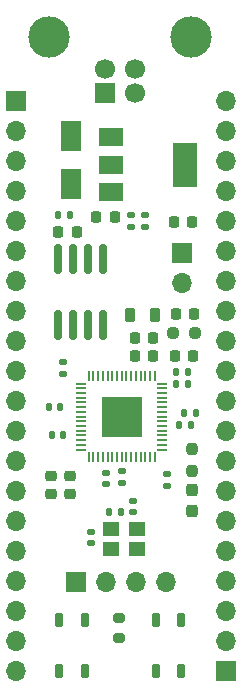
<source format=gbr>
%TF.GenerationSoftware,KiCad,Pcbnew,(6.0.11)*%
%TF.CreationDate,2024-08-11T23:08:21-05:00*%
%TF.ProjectId,PicoAlt,5069636f-416c-4742-9e6b-696361645f70,rev?*%
%TF.SameCoordinates,Original*%
%TF.FileFunction,Soldermask,Top*%
%TF.FilePolarity,Negative*%
%FSLAX46Y46*%
G04 Gerber Fmt 4.6, Leading zero omitted, Abs format (unit mm)*
G04 Created by KiCad (PCBNEW (6.0.11)) date 2024-08-11 23:08:21*
%MOMM*%
%LPD*%
G01*
G04 APERTURE LIST*
G04 Aperture macros list*
%AMRoundRect*
0 Rectangle with rounded corners*
0 $1 Rounding radius*
0 $2 $3 $4 $5 $6 $7 $8 $9 X,Y pos of 4 corners*
0 Add a 4 corners polygon primitive as box body*
4,1,4,$2,$3,$4,$5,$6,$7,$8,$9,$2,$3,0*
0 Add four circle primitives for the rounded corners*
1,1,$1+$1,$2,$3*
1,1,$1+$1,$4,$5*
1,1,$1+$1,$6,$7*
1,1,$1+$1,$8,$9*
0 Add four rect primitives between the rounded corners*
20,1,$1+$1,$2,$3,$4,$5,0*
20,1,$1+$1,$4,$5,$6,$7,0*
20,1,$1+$1,$6,$7,$8,$9,0*
20,1,$1+$1,$8,$9,$2,$3,0*%
G04 Aperture macros list end*
%ADD10RoundRect,0.225000X-0.225000X-0.250000X0.225000X-0.250000X0.225000X0.250000X-0.225000X0.250000X0*%
%ADD11R,1.400000X1.200000*%
%ADD12RoundRect,0.140000X0.140000X0.170000X-0.140000X0.170000X-0.140000X-0.170000X0.140000X-0.170000X0*%
%ADD13R,1.700000X1.700000*%
%ADD14C,1.700000*%
%ADD15C,3.500000*%
%ADD16RoundRect,0.135000X0.135000X0.185000X-0.135000X0.185000X-0.135000X-0.185000X0.135000X-0.185000X0*%
%ADD17RoundRect,0.225000X0.225000X0.250000X-0.225000X0.250000X-0.225000X-0.250000X0.225000X-0.250000X0*%
%ADD18RoundRect,0.237500X0.237500X-0.250000X0.237500X0.250000X-0.237500X0.250000X-0.237500X-0.250000X0*%
%ADD19RoundRect,0.135000X-0.185000X0.135000X-0.185000X-0.135000X0.185000X-0.135000X0.185000X0.135000X0*%
%ADD20RoundRect,0.140000X-0.170000X0.140000X-0.170000X-0.140000X0.170000X-0.140000X0.170000X0.140000X0*%
%ADD21RoundRect,0.050000X-0.387500X-0.050000X0.387500X-0.050000X0.387500X0.050000X-0.387500X0.050000X0*%
%ADD22RoundRect,0.050000X-0.050000X-0.387500X0.050000X-0.387500X0.050000X0.387500X-0.050000X0.387500X0*%
%ADD23R,3.400000X3.400000*%
%ADD24RoundRect,0.200000X-0.275000X0.200000X-0.275000X-0.200000X0.275000X-0.200000X0.275000X0.200000X0*%
%ADD25R,2.000000X1.500000*%
%ADD26R,2.000000X3.800000*%
%ADD27O,1.700000X1.700000*%
%ADD28RoundRect,0.140000X-0.140000X-0.170000X0.140000X-0.170000X0.140000X0.170000X-0.140000X0.170000X0*%
%ADD29RoundRect,0.218750X0.218750X0.381250X-0.218750X0.381250X-0.218750X-0.381250X0.218750X-0.381250X0*%
%ADD30R,1.800000X2.500000*%
%ADD31RoundRect,0.237500X0.250000X0.237500X-0.250000X0.237500X-0.250000X-0.237500X0.250000X-0.237500X0*%
%ADD32RoundRect,0.162500X0.162500X-0.437500X0.162500X0.437500X-0.162500X0.437500X-0.162500X-0.437500X0*%
%ADD33RoundRect,0.237500X0.237500X-0.287500X0.237500X0.287500X-0.237500X0.287500X-0.237500X-0.287500X0*%
%ADD34RoundRect,0.150000X0.150000X-1.125000X0.150000X1.125000X-0.150000X1.125000X-0.150000X-1.125000X0*%
%ADD35RoundRect,0.135000X0.185000X-0.135000X0.185000X0.135000X-0.185000X0.135000X-0.185000X-0.135000X0*%
%ADD36RoundRect,0.140000X0.170000X-0.140000X0.170000X0.140000X-0.170000X0.140000X-0.170000X-0.140000X0*%
%ADD37RoundRect,0.225000X-0.250000X0.225000X-0.250000X-0.225000X0.250000X-0.225000X0.250000X0.225000X0*%
G04 APERTURE END LIST*
D10*
%TO.C,C20*%
X149785000Y-100330000D03*
X151335000Y-100330000D03*
%TD*%
D11*
%TO.C,Y1*%
X147720000Y-116650000D03*
X149920000Y-116650000D03*
X149920000Y-114950000D03*
X147720000Y-114950000D03*
%TD*%
D12*
%TO.C,C13*%
X143710000Y-106980000D03*
X142750000Y-106980000D03*
%TD*%
D13*
%TO.C,J2*%
X147290000Y-78040000D03*
D14*
X149790000Y-78040000D03*
X149790000Y-76040000D03*
X147290000Y-76040000D03*
D15*
X154560000Y-73330000D03*
X142520000Y-73330000D03*
%TD*%
D16*
%TO.C,R9*%
X144274000Y-88392000D03*
X143254000Y-88392000D03*
%TD*%
D17*
%TO.C,C12*%
X154655000Y-88940000D03*
X153105000Y-88940000D03*
%TD*%
D18*
%TO.C,R1*%
X154630000Y-110042500D03*
X154630000Y-108217500D03*
%TD*%
D19*
%TO.C,R3*%
X150600000Y-88330000D03*
X150600000Y-89350000D03*
%TD*%
D20*
%TO.C,C1*%
X152500000Y-110330000D03*
X152500000Y-111290000D03*
%TD*%
D10*
%TO.C,C10*%
X149805000Y-98790000D03*
X151355000Y-98790000D03*
%TD*%
D21*
%TO.C,U3*%
X145220000Y-102630000D03*
X145220000Y-103030000D03*
X145220000Y-103430000D03*
X145220000Y-103830000D03*
X145220000Y-104230000D03*
X145220000Y-104630000D03*
X145220000Y-105030000D03*
X145220000Y-105430000D03*
X145220000Y-105830000D03*
X145220000Y-106230000D03*
X145220000Y-106630000D03*
X145220000Y-107030000D03*
X145220000Y-107430000D03*
X145220000Y-107830000D03*
X145220000Y-108230000D03*
D22*
X145870000Y-108880000D03*
X146270000Y-108880000D03*
X146670000Y-108880000D03*
X147070000Y-108880000D03*
X147470000Y-108880000D03*
X147870000Y-108880000D03*
X148270000Y-108880000D03*
X148670000Y-108880000D03*
X149070000Y-108880000D03*
X149470000Y-108880000D03*
X149870000Y-108880000D03*
X150270000Y-108880000D03*
X150670000Y-108880000D03*
X151070000Y-108880000D03*
X151470000Y-108880000D03*
D21*
X152120000Y-108230000D03*
X152120000Y-107830000D03*
X152120000Y-107430000D03*
X152120000Y-107030000D03*
X152120000Y-106630000D03*
X152120000Y-106230000D03*
X152120000Y-105830000D03*
X152120000Y-105430000D03*
X152120000Y-105030000D03*
X152120000Y-104630000D03*
X152120000Y-104230000D03*
X152120000Y-103830000D03*
X152120000Y-103430000D03*
X152120000Y-103030000D03*
X152120000Y-102630000D03*
D22*
X151470000Y-101980000D03*
X151070000Y-101980000D03*
X150670000Y-101980000D03*
X150270000Y-101980000D03*
X149870000Y-101980000D03*
X149470000Y-101980000D03*
X149070000Y-101980000D03*
X148670000Y-101980000D03*
X148270000Y-101980000D03*
X147870000Y-101980000D03*
X147470000Y-101980000D03*
X147070000Y-101980000D03*
X146670000Y-101980000D03*
X146270000Y-101980000D03*
X145870000Y-101980000D03*
D23*
X148670000Y-105430000D03*
%TD*%
D24*
%TO.C,R6*%
X148450000Y-122490000D03*
X148450000Y-124140000D03*
%TD*%
D25*
%TO.C,U1*%
X147730000Y-81790000D03*
X147730000Y-84090000D03*
D26*
X154030000Y-84090000D03*
D25*
X147730000Y-86390000D03*
%TD*%
D13*
%TO.C,J3*%
X144770000Y-119460000D03*
D27*
X147310000Y-119460000D03*
X149850000Y-119460000D03*
X152390000Y-119460000D03*
%TD*%
D17*
%TO.C,C4*%
X148075000Y-88500000D03*
X146525000Y-88500000D03*
%TD*%
D28*
%TO.C,C19*%
X153970000Y-105090000D03*
X154930000Y-105090000D03*
%TD*%
D29*
%TO.C,L1*%
X151512500Y-96830000D03*
X149387500Y-96830000D03*
%TD*%
D30*
%TO.C,D2*%
X144400000Y-85710000D03*
X144400000Y-81710000D03*
%TD*%
D31*
%TO.C,R7*%
X154872500Y-98370000D03*
X153047500Y-98370000D03*
%TD*%
D16*
%TO.C,R5*%
X148610000Y-113540000D03*
X147590000Y-113540000D03*
%TD*%
D32*
%TO.C,SW1*%
X151565000Y-126970000D03*
X151565000Y-122670000D03*
X153715000Y-122670000D03*
X153715000Y-126970000D03*
%TD*%
D33*
%TO.C,D1*%
X154630000Y-113435000D03*
X154630000Y-111685000D03*
%TD*%
D28*
%TO.C,C8*%
X153280000Y-102640000D03*
X154240000Y-102640000D03*
%TD*%
D10*
%TO.C,C14*%
X153149000Y-100330000D03*
X154699000Y-100330000D03*
%TD*%
%TO.C,C15*%
X143305000Y-89810000D03*
X144855000Y-89810000D03*
%TD*%
D17*
%TO.C,C18*%
X154805000Y-96760000D03*
X153255000Y-96760000D03*
%TD*%
D13*
%TO.C,JP1*%
X153810000Y-91580000D03*
D27*
X153810000Y-94120000D03*
%TD*%
D34*
%TO.C,U2*%
X143235000Y-92125000D03*
X144505000Y-92125000D03*
X145775000Y-92125000D03*
X147045000Y-92125000D03*
X147045000Y-97675000D03*
X145775000Y-97675000D03*
X144505000Y-97675000D03*
X143235000Y-97675000D03*
%TD*%
D13*
%TO.C,J5*%
X157480000Y-127000000D03*
D27*
X157480000Y-124460000D03*
X157480000Y-121920000D03*
X157480000Y-119380000D03*
X157480000Y-116840000D03*
X157480000Y-114300000D03*
X157480000Y-111760000D03*
X157480000Y-109220000D03*
X157480000Y-106680000D03*
X157480000Y-104140000D03*
X157480000Y-101600000D03*
X157480000Y-99060000D03*
X157480000Y-96520000D03*
X157480000Y-93980000D03*
X157480000Y-91440000D03*
X157480000Y-88900000D03*
X157480000Y-86360000D03*
X157480000Y-83820000D03*
X157480000Y-81280000D03*
X157480000Y-78740000D03*
%TD*%
D35*
%TO.C,R4*%
X149480000Y-89350000D03*
X149480000Y-88330000D03*
%TD*%
D20*
%TO.C,C16*%
X146060000Y-115170000D03*
X146060000Y-116130000D03*
%TD*%
D36*
%TO.C,C2*%
X143700000Y-101810000D03*
X143700000Y-100850000D03*
%TD*%
D32*
%TO.C,SW2*%
X143375000Y-126960000D03*
X143375000Y-122660000D03*
X145525000Y-122660000D03*
X145525000Y-126960000D03*
%TD*%
D16*
%TO.C,R2*%
X154300000Y-101620000D03*
X153280000Y-101620000D03*
%TD*%
D12*
%TO.C,C3*%
X143460000Y-104580000D03*
X142500000Y-104580000D03*
%TD*%
D20*
%TO.C,C9*%
X147320000Y-110180000D03*
X147320000Y-111140000D03*
%TD*%
D37*
%TO.C,C5*%
X142650000Y-110425000D03*
X142650000Y-111975000D03*
%TD*%
D28*
%TO.C,C11*%
X153550000Y-106120000D03*
X154510000Y-106120000D03*
%TD*%
D20*
%TO.C,C17*%
X149630000Y-112580000D03*
X149630000Y-113540000D03*
%TD*%
D37*
%TO.C,C6*%
X144280000Y-110435000D03*
X144280000Y-111985000D03*
%TD*%
D20*
%TO.C,C7*%
X148700000Y-110080000D03*
X148700000Y-111040000D03*
%TD*%
D13*
%TO.C,J4*%
X139700000Y-78740000D03*
D27*
X139700000Y-81280000D03*
X139700000Y-83820000D03*
X139700000Y-86360000D03*
X139700000Y-88900000D03*
X139700000Y-91440000D03*
X139700000Y-93980000D03*
X139700000Y-96520000D03*
X139700000Y-99060000D03*
X139700000Y-101600000D03*
X139700000Y-104140000D03*
X139700000Y-106680000D03*
X139700000Y-109220000D03*
X139700000Y-111760000D03*
X139700000Y-114300000D03*
X139700000Y-116840000D03*
X139700000Y-119380000D03*
X139700000Y-121920000D03*
X139700000Y-124460000D03*
X139700000Y-127000000D03*
%TD*%
M02*

</source>
